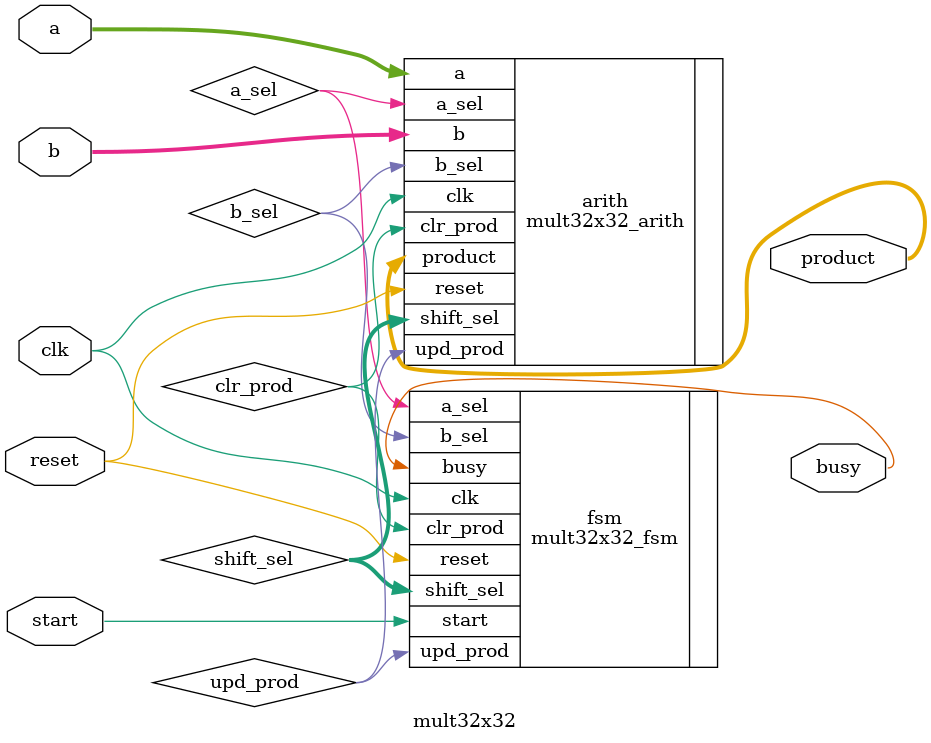
<source format=sv>
module mult32x32 (
    input logic clk,            // Clock
    input logic reset,          // Reset
    input logic start,          // Start signal
    input logic [31:0] a,       // Input a
    input logic [31:0] b,       // Input b
    output logic busy,          // Multiplier busy indication
    output logic [63:0] product // Miltiplication product
);

	logic a_sel;
	logic b_sel;
	logic [1:0] shift_sel;
	logic upd_prod;
	logic clr_prod;

	mult32x32_fsm fsm
	(
		.clk(clk),
		.reset(reset),
		.start(start),
		.busy(busy),
		.a_sel(a_sel),
		.b_sel(b_sel),
		.shift_sel(shift_sel),
		.upd_prod(upd_prod),
		.clr_prod(clr_prod)
	);

	mult32x32_arith arith
	(
		.clk(clk),
		.reset(reset),
		.a(a),
		.b(b),
		.a_sel(a_sel),
		.b_sel(b_sel),
		.shift_sel(shift_sel),
		.upd_prod(upd_prod),
		.clr_prod(clr_prod),
		.product(product)
	);


endmodule

</source>
